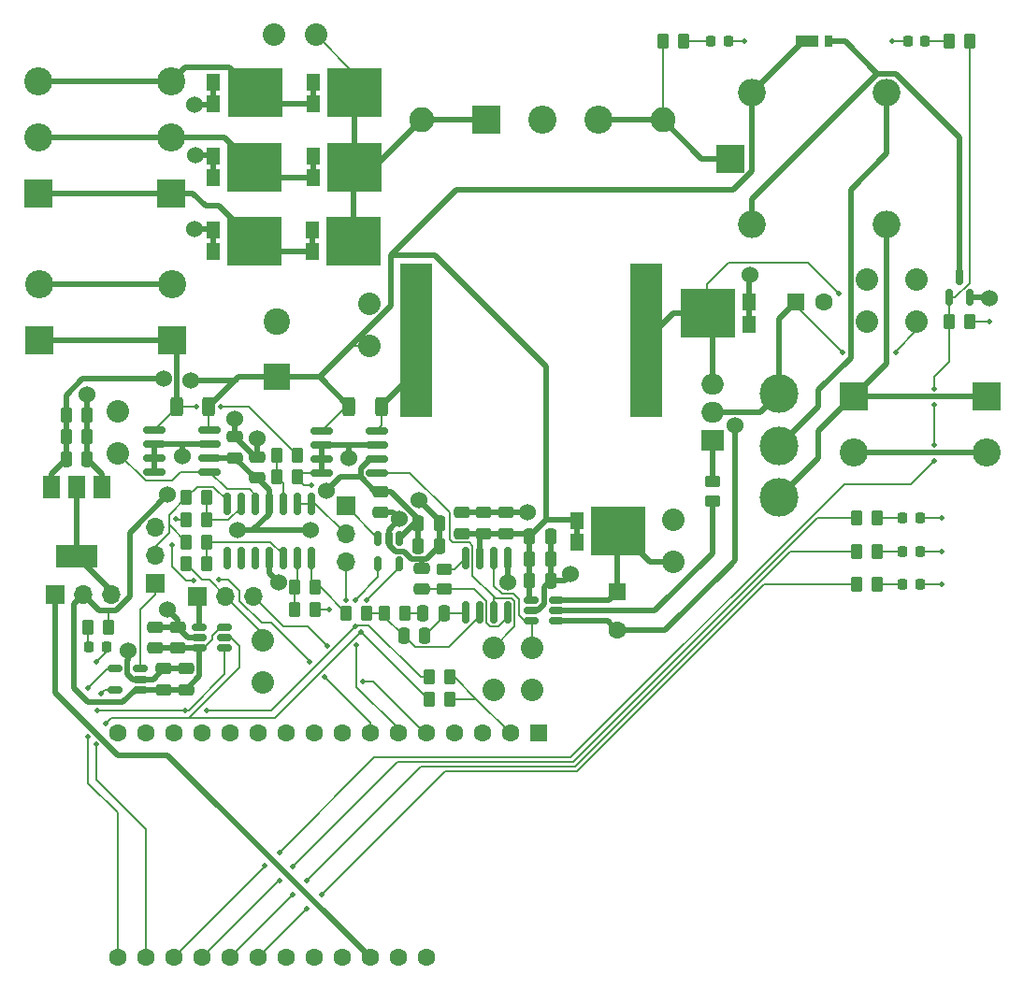
<source format=gbr>
%TF.GenerationSoftware,KiCad,Pcbnew,(6.0.7)*%
%TF.CreationDate,2023-07-07T11:40:33-04:00*%
%TF.ProjectId,small_wind_turbine,736d616c-6c5f-4776-996e-645f74757262,rev?*%
%TF.SameCoordinates,Original*%
%TF.FileFunction,Copper,L1,Top*%
%TF.FilePolarity,Positive*%
%FSLAX46Y46*%
G04 Gerber Fmt 4.6, Leading zero omitted, Abs format (unit mm)*
G04 Created by KiCad (PCBNEW (6.0.7)) date 2023-07-07 11:40:33*
%MOMM*%
%LPD*%
G01*
G04 APERTURE LIST*
G04 Aperture macros list*
%AMRoundRect*
0 Rectangle with rounded corners*
0 $1 Rounding radius*
0 $2 $3 $4 $5 $6 $7 $8 $9 X,Y pos of 4 corners*
0 Add a 4 corners polygon primitive as box body*
4,1,4,$2,$3,$4,$5,$6,$7,$8,$9,$2,$3,0*
0 Add four circle primitives for the rounded corners*
1,1,$1+$1,$2,$3*
1,1,$1+$1,$4,$5*
1,1,$1+$1,$6,$7*
1,1,$1+$1,$8,$9*
0 Add four rect primitives between the rounded corners*
20,1,$1+$1,$2,$3,$4,$5,0*
20,1,$1+$1,$4,$5,$6,$7,0*
20,1,$1+$1,$6,$7,$8,$9,0*
20,1,$1+$1,$8,$9,$2,$3,0*%
G04 Aperture macros list end*
%TA.AperFunction,SMDPad,CuDef*%
%ADD10RoundRect,0.250000X0.262500X0.450000X-0.262500X0.450000X-0.262500X-0.450000X0.262500X-0.450000X0*%
%TD*%
%TA.AperFunction,SMDPad,CuDef*%
%ADD11R,5.000000X4.500000*%
%TD*%
%TA.AperFunction,SMDPad,CuDef*%
%ADD12R,1.300000X1.600000*%
%TD*%
%TA.AperFunction,SMDPad,CuDef*%
%ADD13RoundRect,0.250000X0.475000X-0.250000X0.475000X0.250000X-0.475000X0.250000X-0.475000X-0.250000X0*%
%TD*%
%TA.AperFunction,SMDPad,CuDef*%
%ADD14RoundRect,0.218750X0.218750X0.256250X-0.218750X0.256250X-0.218750X-0.256250X0.218750X-0.256250X0*%
%TD*%
%TA.AperFunction,ComponentPad*%
%ADD15R,2.000000X1.905000*%
%TD*%
%TA.AperFunction,ComponentPad*%
%ADD16O,2.000000X1.905000*%
%TD*%
%TA.AperFunction,ComponentPad*%
%ADD17R,2.500000X2.500000*%
%TD*%
%TA.AperFunction,ComponentPad*%
%ADD18O,2.500000X2.500000*%
%TD*%
%TA.AperFunction,SMDPad,CuDef*%
%ADD19RoundRect,0.250000X-0.250000X-0.475000X0.250000X-0.475000X0.250000X0.475000X-0.250000X0.475000X0*%
%TD*%
%TA.AperFunction,SMDPad,CuDef*%
%ADD20R,2.000000X1.100000*%
%TD*%
%TA.AperFunction,SMDPad,CuDef*%
%ADD21R,0.800000X1.000000*%
%TD*%
%TA.AperFunction,ComponentPad*%
%ADD22R,1.600000X1.600000*%
%TD*%
%TA.AperFunction,ComponentPad*%
%ADD23C,1.600000*%
%TD*%
%TA.AperFunction,ComponentPad*%
%ADD24C,2.032000*%
%TD*%
%TA.AperFunction,SMDPad,CuDef*%
%ADD25RoundRect,0.250000X-0.262500X-0.450000X0.262500X-0.450000X0.262500X0.450000X-0.262500X0.450000X0*%
%TD*%
%TA.AperFunction,SMDPad,CuDef*%
%ADD26RoundRect,0.218750X-0.218750X-0.256250X0.218750X-0.256250X0.218750X0.256250X-0.218750X0.256250X0*%
%TD*%
%TA.AperFunction,ComponentPad*%
%ADD27R,1.700000X1.700000*%
%TD*%
%TA.AperFunction,ComponentPad*%
%ADD28O,1.700000X1.700000*%
%TD*%
%TA.AperFunction,SMDPad,CuDef*%
%ADD29RoundRect,0.250000X-0.450000X0.262500X-0.450000X-0.262500X0.450000X-0.262500X0.450000X0.262500X0*%
%TD*%
%TA.AperFunction,ComponentPad*%
%ADD30R,2.550000X2.550000*%
%TD*%
%TA.AperFunction,ComponentPad*%
%ADD31C,2.550000*%
%TD*%
%TA.AperFunction,SMDPad,CuDef*%
%ADD32RoundRect,0.150000X-0.512500X-0.150000X0.512500X-0.150000X0.512500X0.150000X-0.512500X0.150000X0*%
%TD*%
%TA.AperFunction,SMDPad,CuDef*%
%ADD33RoundRect,0.250000X0.312500X0.625000X-0.312500X0.625000X-0.312500X-0.625000X0.312500X-0.625000X0*%
%TD*%
%TA.AperFunction,SMDPad,CuDef*%
%ADD34RoundRect,0.250000X-0.475000X0.250000X-0.475000X-0.250000X0.475000X-0.250000X0.475000X0.250000X0*%
%TD*%
%TA.AperFunction,SMDPad,CuDef*%
%ADD35RoundRect,0.150000X-0.825000X-0.150000X0.825000X-0.150000X0.825000X0.150000X-0.825000X0.150000X0*%
%TD*%
%TA.AperFunction,SMDPad,CuDef*%
%ADD36RoundRect,0.150000X0.150000X-0.825000X0.150000X0.825000X-0.150000X0.825000X-0.150000X-0.825000X0*%
%TD*%
%TA.AperFunction,SMDPad,CuDef*%
%ADD37RoundRect,0.250000X0.250000X0.475000X-0.250000X0.475000X-0.250000X-0.475000X0.250000X-0.475000X0*%
%TD*%
%TA.AperFunction,SMDPad,CuDef*%
%ADD38RoundRect,0.250000X0.450000X-0.262500X0.450000X0.262500X-0.450000X0.262500X-0.450000X-0.262500X0*%
%TD*%
%TA.AperFunction,ComponentPad*%
%ADD39R,2.400000X2.400000*%
%TD*%
%TA.AperFunction,ComponentPad*%
%ADD40C,2.400000*%
%TD*%
%TA.AperFunction,SMDPad,CuDef*%
%ADD41R,3.000000X14.000000*%
%TD*%
%TA.AperFunction,SMDPad,CuDef*%
%ADD42RoundRect,0.150000X-0.150000X0.825000X-0.150000X-0.825000X0.150000X-0.825000X0.150000X0.825000X0*%
%TD*%
%TA.AperFunction,ComponentPad*%
%ADD43C,3.500000*%
%TD*%
%TA.AperFunction,SMDPad,CuDef*%
%ADD44R,1.500000X2.000000*%
%TD*%
%TA.AperFunction,SMDPad,CuDef*%
%ADD45R,3.800000X2.000000*%
%TD*%
%TA.AperFunction,ComponentPad*%
%ADD46C,2.250000*%
%TD*%
%TA.AperFunction,SMDPad,CuDef*%
%ADD47RoundRect,0.150000X-0.150000X0.512500X-0.150000X-0.512500X0.150000X-0.512500X0.150000X0.512500X0*%
%TD*%
%TA.AperFunction,SMDPad,CuDef*%
%ADD48RoundRect,0.150000X0.512500X0.150000X-0.512500X0.150000X-0.512500X-0.150000X0.512500X-0.150000X0*%
%TD*%
%TA.AperFunction,SMDPad,CuDef*%
%ADD49RoundRect,0.150000X0.150000X-0.587500X0.150000X0.587500X-0.150000X0.587500X-0.150000X-0.587500X0*%
%TD*%
%TA.AperFunction,ViaPad*%
%ADD50C,1.524000*%
%TD*%
%TA.AperFunction,ViaPad*%
%ADD51C,0.508000*%
%TD*%
%TA.AperFunction,Conductor*%
%ADD52C,0.200000*%
%TD*%
%TA.AperFunction,Conductor*%
%ADD53C,0.508000*%
%TD*%
G04 APERTURE END LIST*
D10*
%TO.P,R10,1*%
%TO.N,+3V3*%
X80612500Y-92500000D03*
%TO.P,R10,2*%
%TO.N,/WEMOS_SDA*%
X78787500Y-92500000D03*
%TD*%
D11*
%TO.P,Dbs1,1,K*%
%TO.N,Net-(Cbs1-Pad1)*%
X95900000Y-79300000D03*
D12*
%TO.P,Dbs1,2,A*%
%TO.N,+12V*%
X92150000Y-78315000D03*
X92150000Y-80285000D03*
%TD*%
D13*
%TO.P,C18,1*%
%TO.N,+5V*%
X54732500Y-93650000D03*
%TO.P,C18,2*%
%TO.N,GND*%
X54732500Y-91750000D03*
%TD*%
D14*
%TO.P,D11,1,K*%
%TO.N,GND*%
X123187500Y-84100000D03*
%TO.P,D11,2,A*%
%TO.N,Net-(D11-Pad2)*%
X121612500Y-84100000D03*
%TD*%
D10*
%TO.P,R6,1*%
%TO.N,Net-(R6-Pad1)*%
X58612500Y-80250000D03*
%TO.P,R6,2*%
%TO.N,Net-(J3-Pad2)*%
X56787500Y-80250000D03*
%TD*%
D15*
%TO.P,Qbuck1,1,G*%
%TO.N,/HIGH_SIDE_GATE_DRIVE*%
X104395000Y-71065000D03*
D16*
%TO.P,Qbuck1,2,S*%
%TO.N,/RECTIFIER_VDD*%
X104395000Y-68525000D03*
%TO.P,Qbuck1,3,D*%
%TO.N,/GATE_SOURCE*%
X104395000Y-65985000D03*
%TD*%
D10*
%TO.P,R14,1*%
%TO.N,/RELAY_DRIVE*%
X127700000Y-34900000D03*
%TO.P,R14,2*%
%TO.N,Net-(D8-Pad2)*%
X125875000Y-34900000D03*
%TD*%
D17*
%TO.P,K1,1*%
%TO.N,/RECTIFIER_LED*%
X106000000Y-45535000D03*
D18*
%TO.P,K1,2*%
%TO.N,+12V*%
X108000000Y-39535000D03*
%TO.P,K1,3*%
%TO.N,Net-(K1-Pad3)*%
X120200000Y-39535000D03*
%TO.P,K1,4*%
%TO.N,Net-(Jres1-Pad1)*%
X120200000Y-51535000D03*
%TO.P,K1,5*%
%TO.N,Net-(D13-Pad2)*%
X108000000Y-51535000D03*
%TD*%
D19*
%TO.P,C15,1*%
%TO.N,+12V*%
X45900000Y-70750000D03*
%TO.P,C15,2*%
%TO.N,GND*%
X47800000Y-70750000D03*
%TD*%
D14*
%TO.P,D7,1,K*%
%TO.N,GND*%
X49550000Y-89800000D03*
%TO.P,D7,2,A*%
%TO.N,Net-(D7-Pad2)*%
X47975000Y-89800000D03*
%TD*%
D10*
%TO.P,R4,1*%
%TO.N,/BATTERY_POSITIVE*%
X66825000Y-72400000D03*
%TO.P,R4,2*%
%TO.N,Net-(R4-Pad2)*%
X65000000Y-72400000D03*
%TD*%
D14*
%TO.P,D9,1,K*%
%TO.N,GND*%
X123187500Y-78100000D03*
%TO.P,D9,2,A*%
%TO.N,Net-(D9-Pad2)*%
X121612500Y-78100000D03*
%TD*%
D20*
%TO.P,D13,1,K*%
%TO.N,+12V*%
X113000000Y-34900000D03*
D21*
%TO.P,D13,2,A*%
%TO.N,Net-(D13-Pad2)*%
X114900000Y-34900000D03*
%TD*%
D10*
%TO.P,R13,1*%
%TO.N,+5V*%
X49700000Y-88000000D03*
%TO.P,R13,2*%
%TO.N,Net-(D7-Pad2)*%
X47875000Y-88000000D03*
%TD*%
D22*
%TO.P,Cinput1,1*%
%TO.N,/RECTIFIER_VDD*%
X112000000Y-58535000D03*
D23*
%TO.P,Cinput1,2*%
%TO.N,GND*%
X114500000Y-58535000D03*
%TD*%
D24*
%TO.P,TP11,1,1*%
%TO.N,Net-(J1-Pad2)*%
X63700000Y-89175000D03*
%TO.P,TP11,2,2*%
%TO.N,GND*%
X63700000Y-92985000D03*
%TD*%
D25*
%TO.P,Rc1,1*%
%TO.N,/UC2844_FB*%
X74737500Y-86700000D03*
%TO.P,Rc1,2*%
%TO.N,Net-(Cc1-Pad1)*%
X76562500Y-86700000D03*
%TD*%
D19*
%TO.P,C6,1*%
%TO.N,+12V*%
X87850000Y-83778792D03*
%TO.P,C6,2*%
%TO.N,GND*%
X89750000Y-83778792D03*
%TD*%
D24*
%TO.P,TP9,1,1*%
%TO.N,Net-(TP9-Pad1)*%
X50600000Y-72200000D03*
%TO.P,TP9,2,2*%
%TO.N,GND*%
X50600000Y-68390000D03*
%TD*%
D26*
%TO.P,D8,1,K*%
%TO.N,GND*%
X122087500Y-34900000D03*
%TO.P,D8,2,A*%
%TO.N,Net-(D8-Pad2)*%
X123662500Y-34900000D03*
%TD*%
D24*
%TO.P,TP3,1,1*%
%TO.N,/UC2844_GATE_OUTPUT*%
X88100000Y-89850000D03*
%TO.P,TP3,2,2*%
%TO.N,GND*%
X88100000Y-93660000D03*
%TD*%
D13*
%TO.P,C7,1*%
%TO.N,+5V*%
X63200000Y-74450000D03*
%TO.P,C7,2*%
%TO.N,GND*%
X63200000Y-72550000D03*
%TD*%
D25*
%TO.P,R5,1*%
%TO.N,Net-(R4-Pad2)*%
X65012500Y-74400000D03*
%TO.P,R5,2*%
%TO.N,GND*%
X66837500Y-74400000D03*
%TD*%
%TO.P,R8,1*%
%TO.N,Net-(R8-Pad1)*%
X66600000Y-84350000D03*
%TO.P,R8,2*%
%TO.N,Net-(R8-Pad2)*%
X68425000Y-84350000D03*
%TD*%
D24*
%TO.P,TP10,1,1*%
%TO.N,/UC2844_ISENSE*%
X84600000Y-89850000D03*
%TO.P,TP10,2,2*%
%TO.N,GND*%
X84600000Y-93660000D03*
%TD*%
%TO.P,TP1,1,1*%
%TO.N,Net-(D1-Pad1)*%
X68500000Y-34350000D03*
%TO.P,TP1,2,2*%
%TO.N,GND*%
X64690000Y-34350000D03*
%TD*%
D13*
%TO.P,C2,1*%
%TO.N,+12V*%
X83700000Y-79500000D03*
%TO.P,C2,2*%
%TO.N,GND*%
X83700000Y-77600000D03*
%TD*%
D19*
%TO.P,Cc1,1*%
%TO.N,Net-(Cc1-Pad1)*%
X78200000Y-86700000D03*
%TO.P,Cc1,2*%
%TO.N,/UC2844_COMP*%
X80100000Y-86700000D03*
%TD*%
D27*
%TO.P,J4,1,Pin_1*%
%TO.N,Net-(A1-Pad26)*%
X44875000Y-85000000D03*
D28*
%TO.P,J4,2,Pin_2*%
%TO.N,+5V*%
X47415000Y-85000000D03*
%TO.P,J4,3,Pin_3*%
%TO.N,Net-(J4-Pad3)*%
X49955000Y-85000000D03*
%TD*%
D13*
%TO.P,C17,1*%
%TO.N,+5V*%
X56732500Y-93650000D03*
%TO.P,C17,2*%
%TO.N,GND*%
X56732500Y-91750000D03*
%TD*%
D14*
%TO.P,D12,1,K*%
%TO.N,GND*%
X105875000Y-34900000D03*
%TO.P,D12,2,A*%
%TO.N,Net-(D12-Pad2)*%
X104300000Y-34900000D03*
%TD*%
D29*
%TO.P,Rt1,1*%
%TO.N,Net-(Rt1-Pad1)*%
X80112500Y-82700000D03*
%TO.P,Rt1,2*%
%TO.N,Net-(Ct1-Pad1)*%
X80112500Y-84525000D03*
%TD*%
D30*
%TO.P,Jbat1,1,Pin_1*%
%TO.N,/BATTERY_POSITIVE*%
X55500000Y-62000000D03*
X43500000Y-62000000D03*
D31*
%TO.P,Jbat1,2,Pin_2*%
%TO.N,GND*%
X43500000Y-56920000D03*
X55500000Y-56920000D03*
%TD*%
D30*
%TO.P,Jgen1,1,Pin_1*%
%TO.N,Net-(D5-Pad2)*%
X43400000Y-48680000D03*
X55400000Y-48680000D03*
D31*
%TO.P,Jgen1,2,Pin_2*%
%TO.N,Net-(D3-Pad2)*%
X55400000Y-43600000D03*
X43400000Y-43600000D03*
%TO.P,Jgen1,3,Pin_3*%
%TO.N,Net-(D1-Pad2)*%
X55400000Y-38520000D03*
X43400000Y-38520000D03*
%TD*%
D32*
%TO.P,U9,1,VOUT*%
%TO.N,Net-(J1-Pad1)*%
X57982500Y-87950000D03*
%TO.P,U9,2,VSS*%
%TO.N,GND*%
X57982500Y-88900000D03*
%TO.P,U9,3,VDD*%
%TO.N,+5V*%
X57982500Y-89850000D03*
%TO.P,U9,4,SDA*%
%TO.N,/WEMOS_SDA*%
X60257500Y-89850000D03*
%TO.P,U9,5,SCL*%
%TO.N,/WEMOS_SCL*%
X60257500Y-88900000D03*
%TO.P,U9,6,A0*%
%TO.N,+5V*%
X60257500Y-87950000D03*
%TD*%
D13*
%TO.P,C8,1*%
%TO.N,+5V*%
X53982500Y-89850000D03*
%TO.P,C8,2*%
%TO.N,GND*%
X53982500Y-87950000D03*
%TD*%
D27*
%TO.P,J1,1,Pin_1*%
%TO.N,Net-(J1-Pad1)*%
X57820000Y-85200000D03*
D28*
%TO.P,J1,2,Pin_2*%
%TO.N,Net-(J1-Pad2)*%
X60360000Y-85200000D03*
%TO.P,J1,3,Pin_3*%
%TO.N,/ALTERNATE_DAC*%
X62900000Y-85200000D03*
%TD*%
D27*
%TO.P,J2,1,Pin_1*%
%TO.N,Net-(J2-Pad1)*%
X71200000Y-77000000D03*
D28*
%TO.P,J2,2,Pin_2*%
%TO.N,Net-(J2-Pad2)*%
X71200000Y-79540000D03*
%TO.P,J2,3,Pin_3*%
%TO.N,/ALTERNATE_ADC*%
X71200000Y-82080000D03*
%TD*%
D33*
%TO.P,Rsh2,1*%
%TO.N,+12V*%
X58837500Y-68000000D03*
%TO.P,Rsh2,2*%
%TO.N,/BATTERY_POSITIVE*%
X55912500Y-68000000D03*
%TD*%
D25*
%TO.P,R1,1*%
%TO.N,/RELAY_DRIVE*%
X125887500Y-60300000D03*
%TO.P,R1,2*%
%TO.N,GND*%
X127712500Y-60300000D03*
%TD*%
D11*
%TO.P,D2,1,K*%
%TO.N,Net-(D1-Pad2)*%
X63000000Y-39600000D03*
D12*
%TO.P,D2,2,A*%
%TO.N,GND*%
X59250000Y-40585000D03*
X59250000Y-38615000D03*
%TD*%
D11*
%TO.P,D5,1,K*%
%TO.N,Net-(D1-Pad1)*%
X71960000Y-53000000D03*
D12*
%TO.P,D5,2,A*%
%TO.N,Net-(D5-Pad2)*%
X68210000Y-52015000D03*
X68210000Y-53985000D03*
%TD*%
D22*
%TO.P,Cbs1,1*%
%TO.N,Net-(Cbs1-Pad1)*%
X95800000Y-84747349D03*
D23*
%TO.P,Cbs1,2*%
%TO.N,/GATE_SOURCE*%
X95800000Y-88247349D03*
%TD*%
D34*
%TO.P,C10,1*%
%TO.N,GND*%
X61200000Y-70750000D03*
%TO.P,C10,2*%
%TO.N,+5V*%
X61200000Y-72650000D03*
%TD*%
D35*
%TO.P,U6,1,-*%
%TO.N,/BATTERY_POSITIVE*%
X53900000Y-70095000D03*
%TO.P,U6,2,GND*%
%TO.N,GND*%
X53900000Y-71365000D03*
%TO.P,U6,3,REF2*%
X53900000Y-72635000D03*
%TO.P,U6,4,GND*%
X53900000Y-73905000D03*
%TO.P,U6,5*%
%TO.N,Net-(TP9-Pad1)*%
X58850000Y-73905000D03*
%TO.P,U6,6,V+*%
%TO.N,+5V*%
X58850000Y-72635000D03*
%TO.P,U6,7,REF1*%
%TO.N,GND*%
X58850000Y-71365000D03*
%TO.P,U6,8,+*%
%TO.N,+12V*%
X58850000Y-70095000D03*
%TD*%
D19*
%TO.P,C4,1*%
%TO.N,+12V*%
X87850000Y-79778792D03*
%TO.P,C4,2*%
%TO.N,GND*%
X89750000Y-79778792D03*
%TD*%
D33*
%TO.P,Rsh1,1*%
%TO.N,/INPUT_ISENSE_UPSTREAM*%
X74462500Y-68000000D03*
%TO.P,Rsh1,2*%
%TO.N,+12V*%
X71537500Y-68000000D03*
%TD*%
D19*
%TO.P,C12,1*%
%TO.N,+5V*%
X77800000Y-80600000D03*
%TO.P,C12,2*%
%TO.N,GND*%
X79700000Y-80600000D03*
%TD*%
D11*
%TO.P,D3,1,K*%
%TO.N,Net-(D1-Pad1)*%
X72000000Y-46300000D03*
D12*
%TO.P,D3,2,A*%
%TO.N,Net-(D3-Pad2)*%
X68250000Y-47285000D03*
X68250000Y-45315000D03*
%TD*%
D36*
%TO.P,U2,1,COMP*%
%TO.N,/UC2844_COMP*%
X82095000Y-86653792D03*
%TO.P,U2,2,FB*%
%TO.N,/UC2844_FB*%
X83365000Y-86653792D03*
%TO.P,U2,3,ISENSE*%
%TO.N,/UC2844_ISENSE*%
X84635000Y-86653792D03*
%TO.P,U2,4,RT/CT*%
%TO.N,Net-(Ct1-Pad1)*%
X85905000Y-86653792D03*
%TO.P,U2,5,GND*%
%TO.N,GND*%
X85905000Y-81703792D03*
%TO.P,U2,6,OUTPUT*%
%TO.N,/UC2844_GATE_OUTPUT*%
X84635000Y-81703792D03*
%TO.P,U2,7,VCC*%
%TO.N,+12V*%
X83365000Y-81703792D03*
%TO.P,U2,8,VREF*%
%TO.N,Net-(Rt1-Pad1)*%
X82095000Y-81703792D03*
%TD*%
D37*
%TO.P,Cc2,1*%
%TO.N,/UC2844_COMP*%
X78350000Y-88750000D03*
%TO.P,Cc2,2*%
%TO.N,/UC2844_FB*%
X76450000Y-88750000D03*
%TD*%
D38*
%TO.P,R12,1*%
%TO.N,Net-(R12-Pad1)*%
X104400000Y-76600000D03*
%TO.P,R12,2*%
%TO.N,/HIGH_SIDE_GATE_DRIVE*%
X104400000Y-74775000D03*
%TD*%
D27*
%TO.P,J3,1,Pin_1*%
%TO.N,Net-(J3-Pad1)*%
X54000000Y-84040000D03*
D28*
%TO.P,J3,2,Pin_2*%
%TO.N,Net-(J3-Pad2)*%
X54000000Y-81500000D03*
%TO.P,J3,3,Pin_3*%
%TO.N,/ALTERNATE_ADC_2*%
X54000000Y-78960000D03*
%TD*%
D25*
%TO.P,R18,1*%
%TO.N,/RECTIFIER_LED*%
X99975000Y-34900000D03*
%TO.P,R18,2*%
%TO.N,Net-(D12-Pad2)*%
X101800000Y-34900000D03*
%TD*%
%TO.P,R17,1*%
%TO.N,/GPIO_LED3*%
X117487500Y-84100000D03*
%TO.P,R17,2*%
%TO.N,Net-(D11-Pad2)*%
X119312500Y-84100000D03*
%TD*%
D19*
%TO.P,C16,1*%
%TO.N,+12V*%
X45900000Y-72750000D03*
%TO.P,C16,2*%
%TO.N,GND*%
X47800000Y-72750000D03*
%TD*%
D10*
%TO.P,R11,1*%
%TO.N,+3V3*%
X80612500Y-94500000D03*
%TO.P,R11,2*%
%TO.N,/WEMOS_SCL*%
X78787500Y-94500000D03*
%TD*%
D13*
%TO.P,C3,1*%
%TO.N,+12V*%
X85700000Y-79500000D03*
%TO.P,C3,2*%
%TO.N,GND*%
X85700000Y-77600000D03*
%TD*%
D25*
%TO.P,Rf1,1*%
%TO.N,Net-(R8-Pad2)*%
X71275000Y-86700000D03*
%TO.P,Rf1,2*%
%TO.N,/UC2844_FB*%
X73100000Y-86700000D03*
%TD*%
%TO.P,R3,1*%
%TO.N,GND*%
X56787500Y-78250000D03*
%TO.P,R3,2*%
%TO.N,Net-(R2-Pad1)*%
X58612500Y-78250000D03*
%TD*%
D10*
%TO.P,R2,1*%
%TO.N,Net-(R2-Pad1)*%
X58612500Y-76250000D03*
%TO.P,R2,2*%
%TO.N,Net-(J3-Pad2)*%
X56787500Y-76250000D03*
%TD*%
D13*
%TO.P,C9,1*%
%TO.N,+5V*%
X55982500Y-89850000D03*
%TO.P,C9,2*%
%TO.N,GND*%
X55982500Y-87950000D03*
%TD*%
D39*
%TO.P,Cbuck1,1*%
%TO.N,+12V*%
X65000000Y-65323959D03*
D40*
%TO.P,Cbuck1,2*%
%TO.N,GND*%
X65000000Y-60323959D03*
%TD*%
D41*
%TO.P,Lbuck1,1,1*%
%TO.N,/GATE_SOURCE*%
X98400000Y-62000000D03*
%TO.P,Lbuck1,2,2*%
%TO.N,/INPUT_ISENSE_UPSTREAM*%
X77600000Y-62000000D03*
%TD*%
D13*
%TO.P,C11,1*%
%TO.N,GND*%
X74400000Y-77600000D03*
%TO.P,C11,2*%
%TO.N,+5V*%
X74400000Y-75700000D03*
%TD*%
D11*
%TO.P,D4,1,K*%
%TO.N,Net-(D3-Pad2)*%
X62960000Y-46300000D03*
D12*
%TO.P,D4,2,A*%
%TO.N,GND*%
X59210000Y-47285000D03*
X59210000Y-45315000D03*
%TD*%
D42*
%TO.P,U4,1*%
%TO.N,Net-(J2-Pad2)*%
X68097500Y-76775000D03*
%TO.P,U4,2,-*%
X66827500Y-76775000D03*
%TO.P,U4,3,+*%
%TO.N,Net-(R4-Pad2)*%
X65557500Y-76775000D03*
%TO.P,U4,4,V+*%
%TO.N,+5V*%
X64287500Y-76775000D03*
%TO.P,U4,5,+*%
%TO.N,Net-(TP9-Pad1)*%
X63017500Y-76775000D03*
%TO.P,U4,6,-*%
%TO.N,Net-(R2-Pad1)*%
X61747500Y-76775000D03*
%TO.P,U4,7*%
%TO.N,Net-(J3-Pad2)*%
X60477500Y-76775000D03*
%TO.P,U4,8*%
%TO.N,unconnected-(U4-Pad8)*%
X60477500Y-81725000D03*
%TO.P,U4,9,-*%
%TO.N,unconnected-(U4-Pad9)*%
X61747500Y-81725000D03*
%TO.P,U4,10,+*%
%TO.N,unconnected-(U4-Pad10)*%
X63017500Y-81725000D03*
%TO.P,U4,11,V-*%
%TO.N,GND*%
X64287500Y-81725000D03*
%TO.P,U4,12,+*%
%TO.N,Net-(R6-Pad1)*%
X65557500Y-81725000D03*
%TO.P,U4,13,-*%
%TO.N,Net-(R8-Pad1)*%
X66827500Y-81725000D03*
%TO.P,U4,14*%
%TO.N,Net-(R8-Pad2)*%
X68097500Y-81725000D03*
%TD*%
D24*
%TO.P,TP8,1,1*%
%TO.N,Net-(Cbs1-Pad1)*%
X100900000Y-82100000D03*
%TO.P,TP8,2,2*%
%TO.N,GND*%
X100900000Y-78290000D03*
%TD*%
D22*
%TO.P,A1,1,~{RESET}*%
%TO.N,unconnected-(A1-Pad1)*%
X88650000Y-97585000D03*
D23*
%TO.P,A1,2,3V3*%
%TO.N,+3V3*%
X86110000Y-97585000D03*
%TO.P,A1,3,AREF*%
%TO.N,unconnected-(A1-Pad3)*%
X83570000Y-97585000D03*
%TO.P,A1,4,GND*%
%TO.N,GND*%
X81030000Y-97585000D03*
%TO.P,A1,5,DAC0/A0*%
%TO.N,/ALTERNATE_DAC*%
X78490000Y-97585000D03*
%TO.P,A1,6,A1*%
%TO.N,/ALTERNATE_ADC*%
X75950000Y-97585000D03*
%TO.P,A1,7,A2*%
%TO.N,/ALTERNATE_ADC_2*%
X73410000Y-97585000D03*
%TO.P,A1,8,A3*%
%TO.N,unconnected-(A1-Pad8)*%
X70870000Y-97585000D03*
%TO.P,A1,9,A4*%
%TO.N,unconnected-(A1-Pad9)*%
X68330000Y-97585000D03*
%TO.P,A1,10,A5*%
%TO.N,unconnected-(A1-Pad10)*%
X65790000Y-97585000D03*
%TO.P,A1,11,SCK/D24*%
%TO.N,unconnected-(A1-Pad11)*%
X63250000Y-97585000D03*
%TO.P,A1,12,MOSI/D23*%
%TO.N,unconnected-(A1-Pad12)*%
X60710000Y-97585000D03*
%TO.P,A1,13,MISO/D22*%
%TO.N,unconnected-(A1-Pad13)*%
X58170000Y-97585000D03*
%TO.P,A1,14,RX/D0*%
%TO.N,unconnected-(A1-Pad14)*%
X55630000Y-97585000D03*
%TO.P,A1,15,TX/D1*%
%TO.N,unconnected-(A1-Pad15)*%
X53090000Y-97585000D03*
%TO.P,A1,16,GND*%
%TO.N,GND*%
X50550000Y-97585000D03*
%TO.P,A1,17,SDA/D20*%
%TO.N,/WEMOS_SDA*%
X50550000Y-117905000D03*
%TO.P,A1,18,SCL/D21*%
%TO.N,/WEMOS_SCL*%
X53090000Y-117905000D03*
%TO.P,A1,19,D5*%
%TO.N,/RELAY_DRIVE*%
X55630000Y-117905000D03*
%TO.P,A1,20,D6*%
%TO.N,/GPIO_LED1*%
X58170000Y-117905000D03*
%TO.P,A1,21,D9*%
%TO.N,/GPIO_LED2*%
X60710000Y-117905000D03*
%TO.P,A1,22,D10*%
%TO.N,/GPIO_LED3*%
X63250000Y-117905000D03*
%TO.P,A1,23,D11*%
%TO.N,unconnected-(A1-Pad23)*%
X65790000Y-117905000D03*
%TO.P,A1,24,D12*%
%TO.N,unconnected-(A1-Pad24)*%
X68330000Y-117905000D03*
%TO.P,A1,25,D13*%
%TO.N,unconnected-(A1-Pad25)*%
X70870000Y-117905000D03*
%TO.P,A1,26,USB*%
%TO.N,Net-(A1-Pad26)*%
X73410000Y-117905000D03*
%TO.P,A1,27,EN*%
%TO.N,unconnected-(A1-Pad27)*%
X75950000Y-117905000D03*
%TO.P,A1,28,VBAT*%
%TO.N,unconnected-(A1-Pad28)*%
X78490000Y-117905000D03*
%TD*%
D35*
%TO.P,U5,1,-*%
%TO.N,+12V*%
X69050000Y-70190000D03*
%TO.P,U5,2,GND*%
%TO.N,GND*%
X69050000Y-71460000D03*
%TO.P,U5,3,REF2*%
X69050000Y-72730000D03*
%TO.P,U5,4,GND*%
X69050000Y-74000000D03*
%TO.P,U5,5*%
%TO.N,/UC2844_ISENSE*%
X74000000Y-74000000D03*
%TO.P,U5,6,V+*%
%TO.N,+5V*%
X74000000Y-72730000D03*
%TO.P,U5,7,REF1*%
%TO.N,GND*%
X74000000Y-71460000D03*
%TO.P,U5,8,+*%
%TO.N,/INPUT_ISENSE_UPSTREAM*%
X74000000Y-70190000D03*
%TD*%
D24*
%TO.P,TP4,1,1*%
%TO.N,/GATE_SOURCE*%
X118400000Y-60300000D03*
%TO.P,TP4,2,2*%
%TO.N,GND*%
X118400000Y-56490000D03*
%TD*%
D30*
%TO.P,Jfuse1,1,Pin_1*%
%TO.N,Net-(D1-Pad1)*%
X83920000Y-42000000D03*
D31*
%TO.P,Jfuse1,2,Pin_2*%
%TO.N,GND*%
X89000000Y-42000000D03*
%TO.P,Jfuse1,3,Pin_3*%
%TO.N,/RECTIFIER_LED*%
X94080000Y-42000000D03*
%TD*%
D43*
%TO.P,SW1,1,A*%
%TO.N,Net-(Jres1-Pad1)*%
X110450000Y-76225000D03*
%TO.P,SW1,2,B*%
%TO.N,Net-(K1-Pad3)*%
X110450000Y-71525000D03*
%TO.P,SW1,3,C*%
%TO.N,/RECTIFIER_VDD*%
X110450000Y-66825000D03*
%TD*%
D25*
%TO.P,R9,1*%
%TO.N,Net-(R8-Pad1)*%
X66600000Y-86350000D03*
%TO.P,R9,2*%
%TO.N,GND*%
X68425000Y-86350000D03*
%TD*%
D19*
%TO.P,C13,1*%
%TO.N,+5V*%
X77790000Y-78600000D03*
%TO.P,C13,2*%
%TO.N,GND*%
X79690000Y-78600000D03*
%TD*%
D13*
%TO.P,Ct1,1*%
%TO.N,Net-(Ct1-Pad1)*%
X78100000Y-84550000D03*
%TO.P,Ct1,2*%
%TO.N,GND*%
X78100000Y-82650000D03*
%TD*%
D25*
%TO.P,R16,1*%
%TO.N,/GPIO_LED2*%
X117487500Y-81100000D03*
%TO.P,R16,2*%
%TO.N,Net-(D10-Pad2)*%
X119312500Y-81100000D03*
%TD*%
D11*
%TO.P,Dbuck1,1,K*%
%TO.N,/GATE_SOURCE*%
X104000000Y-59535000D03*
D12*
%TO.P,Dbuck1,2,A*%
%TO.N,GND*%
X107750000Y-58550000D03*
X107750000Y-60520000D03*
%TD*%
D32*
%TO.P,U3,1,VCC*%
%TO.N,+12V*%
X88000000Y-85528792D03*
%TO.P,U3,2,GND*%
%TO.N,GND*%
X88000000Y-86478792D03*
%TO.P,U3,3,INP*%
%TO.N,/UC2844_GATE_OUTPUT*%
X88000000Y-87428792D03*
%TO.P,U3,4,TS*%
%TO.N,/GATE_SOURCE*%
X90275000Y-87428792D03*
%TO.P,U3,5,TG*%
%TO.N,Net-(R12-Pad1)*%
X90275000Y-86478792D03*
%TO.P,U3,6,BOOST*%
%TO.N,Net-(Cbs1-Pad1)*%
X90275000Y-85528792D03*
%TD*%
D44*
%TO.P,U10,1,GND*%
%TO.N,GND*%
X49150000Y-75250000D03*
%TO.P,U10,2,VO*%
%TO.N,Net-(J4-Pad3)*%
X46850000Y-75250000D03*
D45*
X46850000Y-81550000D03*
D44*
%TO.P,U10,3,VI*%
%TO.N,+12V*%
X44550000Y-75250000D03*
%TD*%
D11*
%TO.P,D6,1,K*%
%TO.N,Net-(D5-Pad2)*%
X62960000Y-53000000D03*
D12*
%TO.P,D6,2,A*%
%TO.N,GND*%
X59210000Y-53985000D03*
X59210000Y-52015000D03*
%TD*%
D10*
%TO.P,R7,1*%
%TO.N,Net-(R6-Pad1)*%
X58612500Y-82250000D03*
%TO.P,R7,2*%
%TO.N,Net-(J1-Pad2)*%
X56787500Y-82250000D03*
%TD*%
D25*
%TO.P,R15,1*%
%TO.N,/GPIO_LED1*%
X117487500Y-78100000D03*
%TO.P,R15,2*%
%TO.N,Net-(D9-Pad2)*%
X119312500Y-78100000D03*
%TD*%
D24*
%TO.P,TP2,1,1*%
%TO.N,/RECTIFIER_VDD*%
X122900000Y-60325000D03*
%TO.P,TP2,2,2*%
%TO.N,GND*%
X122900000Y-56515000D03*
%TD*%
D46*
%TO.P,F1,1*%
%TO.N,Net-(D1-Pad1)*%
X78080000Y-42000000D03*
%TO.P,F1,2*%
%TO.N,/RECTIFIER_LED*%
X99920000Y-42000000D03*
%TD*%
D47*
%TO.P,U7,1,VDD*%
%TO.N,+5V*%
X76050000Y-79962500D03*
%TO.P,U7,2,VSS*%
%TO.N,GND*%
X75100000Y-79962500D03*
%TO.P,U7,3,AIN*%
%TO.N,Net-(J2-Pad1)*%
X74150000Y-79962500D03*
%TO.P,U7,4,SDA*%
%TO.N,/WEMOS_SDA*%
X74150000Y-82237500D03*
%TO.P,U7,5,SCL*%
%TO.N,/WEMOS_SCL*%
X76050000Y-82237500D03*
%TD*%
D13*
%TO.P,C1,1*%
%TO.N,+12V*%
X81700000Y-79500000D03*
%TO.P,C1,2*%
%TO.N,GND*%
X81700000Y-77600000D03*
%TD*%
D19*
%TO.P,C14,1*%
%TO.N,+12V*%
X45900000Y-68750000D03*
%TO.P,C14,2*%
%TO.N,GND*%
X47800000Y-68750000D03*
%TD*%
D48*
%TO.P,U8,1,VDD*%
%TO.N,+5V*%
X52620000Y-93650000D03*
%TO.P,U8,2,VSS*%
%TO.N,GND*%
X52620000Y-92700000D03*
%TO.P,U8,3,AIN*%
%TO.N,Net-(J3-Pad1)*%
X52620000Y-91750000D03*
%TO.P,U8,4,SDA*%
%TO.N,/WEMOS_SDA*%
X50345000Y-91750000D03*
%TO.P,U8,5,SCL*%
%TO.N,/WEMOS_SCL*%
X50345000Y-93650000D03*
%TD*%
D49*
%TO.P,Q1,1,G*%
%TO.N,/RELAY_DRIVE*%
X125850000Y-58137500D03*
%TO.P,Q1,2,S*%
%TO.N,GND*%
X127750000Y-58137500D03*
%TO.P,Q1,3,D*%
%TO.N,Net-(D13-Pad2)*%
X126800000Y-56262500D03*
%TD*%
D19*
%TO.P,C5,1*%
%TO.N,+12V*%
X87850000Y-81778792D03*
%TO.P,C5,2*%
%TO.N,GND*%
X89750000Y-81778792D03*
%TD*%
D11*
%TO.P,D1,1,K*%
%TO.N,Net-(D1-Pad1)*%
X72000000Y-39600000D03*
D12*
%TO.P,D1,2,A*%
%TO.N,Net-(D1-Pad2)*%
X68250000Y-40585000D03*
X68250000Y-38615000D03*
%TD*%
D30*
%TO.P,Jres1,1,Pin_1*%
%TO.N,Net-(Jres1-Pad1)*%
X129200000Y-67100000D03*
X117200000Y-67100000D03*
D31*
%TO.P,Jres1,2,Pin_2*%
%TO.N,GND*%
X117200000Y-72180000D03*
X129200000Y-72180000D03*
%TD*%
D24*
%TO.P,TP6,1,1*%
%TO.N,+12V*%
X73400000Y-62525000D03*
%TO.P,TP6,2,2*%
%TO.N,GND*%
X73400000Y-58715000D03*
%TD*%
D14*
%TO.P,D10,1,K*%
%TO.N,GND*%
X123187500Y-81100000D03*
%TO.P,D10,2,A*%
%TO.N,Net-(D10-Pad2)*%
X121612500Y-81100000D03*
%TD*%
D50*
%TO.N,GND*%
X71500000Y-72700000D03*
X47800000Y-66900000D03*
X57500000Y-40700000D03*
D51*
X129500000Y-60300000D03*
D50*
X87700000Y-77600000D03*
X91600000Y-83200000D03*
X85898844Y-83917292D03*
X76096761Y-78196761D03*
X129500000Y-58200000D03*
D51*
X48600000Y-91100000D03*
X125200000Y-81100000D03*
D50*
X56400000Y-72500000D03*
X77819331Y-76480669D03*
X57500000Y-51900000D03*
X107800000Y-56100000D03*
X65126000Y-83900000D03*
D51*
X125200000Y-78100000D03*
X107300000Y-34900000D03*
X55800000Y-78200000D03*
D50*
X55100000Y-86400000D03*
D51*
X69700000Y-86400000D03*
D50*
X51500000Y-90100000D03*
X57600000Y-45200000D03*
D51*
X125200000Y-84100000D03*
D50*
X61200000Y-69100000D03*
X63200000Y-70900000D03*
D51*
X68100000Y-75100000D03*
X120675000Y-34900000D03*
%TO.N,/ALTERNATE_DAC*%
X69558616Y-89658616D03*
X72800000Y-92900000D03*
%TO.N,/ALTERNATE_ADC*%
X72200000Y-89600000D03*
X71200000Y-85500000D03*
%TO.N,/ALTERNATE_ADC_2*%
X67900000Y-91100000D03*
X55500000Y-80500000D03*
X69300000Y-92500000D03*
X59700000Y-83700000D03*
X57477366Y-83722634D03*
%TO.N,/WEMOS_SDA*%
X72100000Y-85500000D03*
X48700000Y-95507500D03*
X58600000Y-95500000D03*
X56700000Y-95500000D03*
X47900000Y-93500000D03*
X47892458Y-97900000D03*
X72100000Y-87900000D03*
%TO.N,/WEMOS_SCL*%
X49100000Y-94000000D03*
X48600000Y-98600000D03*
X73100000Y-85500000D03*
X49500000Y-96700000D03*
X72600280Y-88400280D03*
%TO.N,/RELAY_DRIVE*%
X63900000Y-109600000D03*
X65200000Y-108400000D03*
X124500000Y-67807500D03*
X124500000Y-66392500D03*
X124500000Y-71472500D03*
X124500000Y-72900000D03*
%TO.N,/GPIO_LED1*%
X65200000Y-110900000D03*
X66400000Y-109700000D03*
%TO.N,/GPIO_LED2*%
X67700000Y-110900000D03*
X66400000Y-112200000D03*
%TO.N,/GPIO_LED3*%
X67700000Y-113500000D03*
X69000000Y-112200000D03*
D50*
%TO.N,+5V*%
X55100000Y-76000000D03*
X61383622Y-79188500D03*
X68000000Y-79200000D03*
X69500000Y-75600000D03*
%TO.N,+12V*%
X54697000Y-65500000D03*
X57200000Y-65600000D03*
%TO.N,/GATE_SOURCE*%
X106500000Y-69740500D03*
D51*
X115900000Y-57800000D03*
%TO.N,/RECTIFIER_VDD*%
X121000000Y-63100000D03*
X116200000Y-63100000D03*
%TO.N,/BATTERY_POSITIVE*%
X57700000Y-68000000D03*
X59900000Y-68000000D03*
%TD*%
D52*
%TO.N,+3V3*%
X80612500Y-92500000D02*
X81025000Y-92500000D01*
X86110000Y-97585000D02*
X83025000Y-94500000D01*
X83025000Y-94500000D02*
X80612500Y-94500000D01*
X81025000Y-92500000D02*
X83025000Y-94500000D01*
D53*
%TO.N,GND*%
X75100000Y-79193522D02*
X76096761Y-78196761D01*
X89158500Y-84370292D02*
X89750000Y-83778792D01*
X107765000Y-58495000D02*
X107765000Y-56135000D01*
X43520000Y-56920000D02*
X43500000Y-56900000D01*
D52*
X55800000Y-78200000D02*
X55850000Y-78250000D01*
D53*
X79700000Y-80600000D02*
X78521000Y-81779000D01*
X74400000Y-77600000D02*
X75500000Y-77600000D01*
X107765000Y-56135000D02*
X107800000Y-56100000D01*
X117200000Y-72180000D02*
X130180000Y-72180000D01*
X47800000Y-68750000D02*
X47800000Y-70750000D01*
X85700000Y-77600000D02*
X87700000Y-77600000D01*
D52*
X68425000Y-86350000D02*
X69650000Y-86350000D01*
D53*
X56732500Y-91750000D02*
X54732500Y-91750000D01*
X51461500Y-90961500D02*
X51461500Y-92261500D01*
X56535000Y-71365000D02*
X56400000Y-71500000D01*
X71460000Y-72660000D02*
X71500000Y-72700000D01*
X85700000Y-77600000D02*
X83700000Y-77600000D01*
X64287500Y-81725000D02*
X64287500Y-83061500D01*
X57660000Y-45260000D02*
X57600000Y-45200000D01*
X63200000Y-72550000D02*
X63200000Y-70900000D01*
X88566685Y-86478792D02*
X89158500Y-85886977D01*
X59210000Y-53985000D02*
X59210000Y-52015000D01*
X79690000Y-78351338D02*
X79690000Y-78600000D01*
X56400000Y-71500000D02*
X56400000Y-72500000D01*
X78121000Y-81779000D02*
X77179000Y-81779000D01*
X59195000Y-45260000D02*
X57660000Y-45260000D01*
X71460000Y-71460000D02*
X71460000Y-72660000D01*
X77819331Y-76480669D02*
X79690000Y-78351338D01*
X61200000Y-70750000D02*
X61200000Y-69100000D01*
X107765000Y-60575000D02*
X107765000Y-58495000D01*
X53782500Y-92700000D02*
X54732500Y-91750000D01*
D52*
X49550000Y-89800000D02*
X49550000Y-90150000D01*
X66837500Y-74400000D02*
X66837500Y-74437500D01*
X67400000Y-75100000D02*
X68100000Y-75100000D01*
D53*
X127750000Y-58137500D02*
X129437500Y-58137500D01*
X69050000Y-72730000D02*
X69050000Y-71460000D01*
X78521000Y-81779000D02*
X78121000Y-81779000D01*
X51500000Y-90100000D02*
X51500000Y-90923000D01*
X51500000Y-90923000D02*
X51461500Y-90961500D01*
X55982500Y-87282500D02*
X55100000Y-86400000D01*
D52*
X69050000Y-74000000D02*
X67237500Y-74000000D01*
X69650000Y-86350000D02*
X69700000Y-86400000D01*
D53*
X55500000Y-56920000D02*
X43520000Y-56920000D01*
X69050000Y-74000000D02*
X69050000Y-72730000D01*
X51900000Y-92700000D02*
X52620000Y-92700000D01*
X79690000Y-78600000D02*
X79690000Y-80590000D01*
X83700000Y-77600000D02*
X81700000Y-77600000D01*
X75100000Y-80529185D02*
X75100000Y-79962500D01*
X53900000Y-71365000D02*
X56535000Y-71365000D01*
X75500000Y-77600000D02*
X76096761Y-78196761D01*
X57560000Y-40640000D02*
X57500000Y-40700000D01*
D52*
X123187500Y-78100000D02*
X125200000Y-78100000D01*
D53*
X55982500Y-87950000D02*
X53982500Y-87950000D01*
X76521000Y-81121000D02*
X75691815Y-81121000D01*
X64287500Y-83061500D02*
X65126000Y-83900000D01*
X59250000Y-40585000D02*
X59250000Y-38615000D01*
X78100000Y-81800000D02*
X78121000Y-81779000D01*
X52620000Y-92700000D02*
X53782500Y-92700000D01*
D52*
X105875000Y-34900000D02*
X107300000Y-34900000D01*
D53*
X49150000Y-74100000D02*
X47800000Y-72750000D01*
D52*
X122087500Y-34900000D02*
X120675000Y-34900000D01*
D53*
X71460000Y-71460000D02*
X74000000Y-71460000D01*
X56932500Y-88900000D02*
X55982500Y-87950000D01*
D52*
X127712500Y-60300000D02*
X129500000Y-60300000D01*
D53*
X63200000Y-72550000D02*
X63000000Y-72550000D01*
X75691815Y-81121000D02*
X75100000Y-80529185D01*
X59235000Y-40640000D02*
X57560000Y-40640000D01*
D52*
X123187500Y-84100000D02*
X125200000Y-84100000D01*
D53*
X57560000Y-51960000D02*
X57500000Y-51900000D01*
D52*
X127712500Y-58175000D02*
X127750000Y-58137500D01*
D53*
X89750000Y-83778792D02*
X89750000Y-81778792D01*
X89158500Y-85886977D02*
X89158500Y-84370292D01*
X59195000Y-51960000D02*
X57560000Y-51960000D01*
X56535000Y-71365000D02*
X58850000Y-71365000D01*
X59210000Y-47285000D02*
X59210000Y-45315000D01*
X57982500Y-88900000D02*
X56932500Y-88900000D01*
X78100000Y-82650000D02*
X78100000Y-81800000D01*
X91021208Y-83778792D02*
X91600000Y-83200000D01*
D52*
X55850000Y-78250000D02*
X56787500Y-78250000D01*
X66837500Y-74400000D02*
X66837500Y-74537500D01*
D53*
X69050000Y-71460000D02*
X71460000Y-71460000D01*
X85905000Y-83911136D02*
X85905000Y-81703792D01*
X89750000Y-81778792D02*
X89750000Y-79778792D01*
X53900000Y-73905000D02*
X53900000Y-72635000D01*
D52*
X49550000Y-90150000D02*
X48600000Y-91100000D01*
D53*
X47800000Y-70750000D02*
X47800000Y-72750000D01*
X49150000Y-75250000D02*
X49150000Y-74100000D01*
X85898844Y-83917292D02*
X85905000Y-83911136D01*
X55982500Y-87950000D02*
X55982500Y-87282500D01*
D52*
X67237500Y-74000000D02*
X66837500Y-74400000D01*
D53*
X47800000Y-68750000D02*
X47800000Y-66900000D01*
D52*
X66837500Y-74537500D02*
X67200000Y-74900000D01*
D53*
X89750000Y-83778792D02*
X91021208Y-83778792D01*
D52*
X123187500Y-81100000D02*
X125200000Y-81100000D01*
D53*
X129437500Y-58137500D02*
X129500000Y-58200000D01*
X77179000Y-81779000D02*
X76521000Y-81121000D01*
D52*
X67200000Y-74900000D02*
X67400000Y-75100000D01*
D53*
X53900000Y-72635000D02*
X53900000Y-71365000D01*
X88000000Y-86478792D02*
X88566685Y-86478792D01*
X51461500Y-92261500D02*
X51900000Y-92700000D01*
X75100000Y-79962500D02*
X75100000Y-79193522D01*
X63000000Y-72550000D02*
X61200000Y-70750000D01*
X79690000Y-80590000D02*
X79700000Y-80600000D01*
D52*
%TO.N,/ALTERNATE_DAC*%
X78387500Y-97585000D02*
X78490000Y-97585000D01*
X69558616Y-89658616D02*
X67800000Y-87900000D01*
X65600000Y-87900000D02*
X62900000Y-85200000D01*
X67800000Y-87900000D02*
X65600000Y-87900000D01*
X73702500Y-92900000D02*
X78387500Y-97585000D01*
X72800000Y-92900000D02*
X73702500Y-92900000D01*
%TO.N,/ALTERNATE_ADC*%
X75950000Y-97150000D02*
X75950000Y-97585000D01*
X71200000Y-85500000D02*
X71200000Y-82080000D01*
X72200000Y-93400000D02*
X75950000Y-97150000D01*
X72200000Y-89600000D02*
X72200000Y-93400000D01*
%TO.N,/ALTERNATE_ADC_2*%
X61600000Y-85600000D02*
X61600000Y-84700000D01*
X61600000Y-84700000D02*
X60600000Y-83700000D01*
X73410000Y-96610000D02*
X73410000Y-97585000D01*
X55500000Y-82452817D02*
X56769817Y-83722634D01*
X63600000Y-87600000D02*
X61600000Y-85600000D01*
X69300000Y-92500000D02*
X73410000Y-96610000D01*
X55500000Y-80500000D02*
X55500000Y-82452817D01*
X60600000Y-83700000D02*
X59700000Y-83700000D01*
X64450000Y-87600000D02*
X63600000Y-87600000D01*
X67900000Y-91050000D02*
X64450000Y-87600000D01*
X67900000Y-91100000D02*
X67900000Y-91050000D01*
X56769817Y-83722634D02*
X57477366Y-83722634D01*
%TO.N,/WEMOS_SDA*%
X78000000Y-92500000D02*
X78787500Y-92500000D01*
X72100000Y-85500000D02*
X74150000Y-83450000D01*
X64500000Y-95500000D02*
X58600000Y-95500000D01*
X72100000Y-87900000D02*
X72200000Y-87800000D01*
X72200000Y-87800000D02*
X73300000Y-87800000D01*
X48707500Y-95500000D02*
X48700000Y-95507500D01*
X74150000Y-83450000D02*
X74150000Y-82237500D01*
X47892458Y-97900000D02*
X47900000Y-97907542D01*
X72100000Y-87900000D02*
X64500000Y-95500000D01*
X73300000Y-87800000D02*
X78000000Y-92500000D01*
X47900000Y-97907542D02*
X47900000Y-102100000D01*
X47900000Y-102100000D02*
X50550000Y-104750000D01*
X57000000Y-95500000D02*
X60257500Y-92242500D01*
X60257500Y-92242500D02*
X60257500Y-89850000D01*
X50550000Y-104750000D02*
X50550000Y-117905000D01*
X49650000Y-91750000D02*
X50345000Y-91750000D01*
X47900000Y-93500000D02*
X49650000Y-91750000D01*
X50292458Y-95500000D02*
X48707500Y-95500000D01*
X50292458Y-95500000D02*
X57000000Y-95500000D01*
%TO.N,/WEMOS_SCL*%
X49500000Y-96700000D02*
X50000000Y-96200000D01*
X50295000Y-93700000D02*
X50345000Y-93650000D01*
X76050000Y-82550000D02*
X76050000Y-82237500D01*
X50000000Y-96200000D02*
X57000000Y-96200000D01*
X57000000Y-96200000D02*
X61600000Y-91600000D01*
X72599720Y-88400280D02*
X64800000Y-96200000D01*
X61600000Y-91600000D02*
X61600000Y-89700000D01*
X48600000Y-98600000D02*
X48600000Y-101800000D01*
X48600000Y-101800000D02*
X53090000Y-106290000D01*
X60800000Y-88900000D02*
X60257500Y-88900000D01*
X72600280Y-88400280D02*
X72599720Y-88400280D01*
X53090000Y-106290000D02*
X53090000Y-117905000D01*
X72600280Y-88400280D02*
X78700000Y-94500000D01*
X49400000Y-93700000D02*
X50295000Y-93700000D01*
X61600000Y-89700000D02*
X60800000Y-88900000D01*
X78700000Y-94500000D02*
X78787500Y-94500000D01*
X73100000Y-85500000D02*
X76050000Y-82550000D01*
X64800000Y-96200000D02*
X57000000Y-96200000D01*
X49100000Y-94000000D02*
X49400000Y-93700000D01*
%TO.N,/RELAY_DRIVE*%
X124500000Y-72900000D02*
X122400000Y-75000000D01*
X125850000Y-58137500D02*
X126376104Y-58137500D01*
X127700000Y-56813604D02*
X127700000Y-34900000D01*
X63900000Y-109600000D02*
X63900000Y-109635000D01*
X73800000Y-99800000D02*
X65200000Y-108400000D01*
X63900000Y-109635000D02*
X55630000Y-117905000D01*
X125887500Y-60300000D02*
X125887500Y-58175000D01*
X125887500Y-60300000D02*
X125887500Y-63912500D01*
X122400000Y-75000000D02*
X116400000Y-75000000D01*
X116400000Y-75000000D02*
X91600000Y-99800000D01*
X126376104Y-58137500D02*
X127700000Y-56813604D01*
X125887500Y-58175000D02*
X125850000Y-58137500D01*
X124500000Y-71472500D02*
X124500000Y-67807500D01*
X124500000Y-66392500D02*
X124500000Y-65300000D01*
X125887500Y-63912500D02*
X124500000Y-65300000D01*
X91600000Y-99800000D02*
X73800000Y-99800000D01*
%TO.N,/GPIO_LED1*%
X65175000Y-110900000D02*
X58170000Y-117905000D01*
X113900000Y-78100000D02*
X117487500Y-78100000D01*
X66400000Y-109700000D02*
X75900000Y-100200000D01*
X91800000Y-100200000D02*
X113900000Y-78100000D01*
X75900000Y-100200000D02*
X91800000Y-100200000D01*
X65200000Y-110900000D02*
X65175000Y-110900000D01*
%TO.N,/GPIO_LED2*%
X66400000Y-112200000D02*
X66400000Y-112215000D01*
X66400000Y-112215000D02*
X60710000Y-117905000D01*
X92000000Y-100600000D02*
X111500000Y-81100000D01*
X111500000Y-81100000D02*
X117487500Y-81100000D01*
X67700000Y-110900000D02*
X78000000Y-100600000D01*
X78000000Y-100600000D02*
X92000000Y-100600000D01*
%TO.N,/GPIO_LED3*%
X67655000Y-113500000D02*
X63250000Y-117905000D01*
X92165686Y-101000000D02*
X109065686Y-84100000D01*
X80200000Y-101000000D02*
X92165686Y-101000000D01*
X67700000Y-113500000D02*
X67655000Y-113500000D01*
X69000000Y-112200000D02*
X80200000Y-101000000D01*
X109065686Y-84100000D02*
X117487500Y-84100000D01*
D53*
%TO.N,+5V*%
X54732500Y-93650000D02*
X56732500Y-93650000D01*
X77790000Y-78600000D02*
X77412500Y-78600000D01*
X77790000Y-78170316D02*
X75319684Y-75700000D01*
X47415000Y-85000000D02*
X46565000Y-85850000D01*
X77790000Y-80590000D02*
X77800000Y-80600000D01*
X52620000Y-93650000D02*
X52150000Y-93650000D01*
D52*
X60257500Y-87950000D02*
X59908604Y-87950000D01*
D53*
X61383622Y-79188500D02*
X62811500Y-79188500D01*
X64287500Y-77712500D02*
X64287500Y-76775000D01*
X51700000Y-79400000D02*
X55100000Y-76000000D01*
X72571000Y-73599815D02*
X72571000Y-74400185D01*
D52*
X59908604Y-87950000D02*
X59100000Y-88758604D01*
D53*
X77790000Y-78600000D02*
X77790000Y-80590000D01*
X55982500Y-89850000D02*
X57982500Y-89850000D01*
X73870815Y-75700000D02*
X72571000Y-74400185D01*
X51000000Y-94800000D02*
X47900000Y-94800000D01*
X51700000Y-85200000D02*
X51700000Y-79400000D01*
X64287500Y-76775000D02*
X64287500Y-75537500D01*
X50400000Y-86500000D02*
X51700000Y-85200000D01*
X57982500Y-92400000D02*
X56732500Y-93650000D01*
X52150000Y-93650000D02*
X51000000Y-94800000D01*
D52*
X59100000Y-88758604D02*
X59100000Y-89081396D01*
D53*
X58850000Y-72635000D02*
X61185000Y-72635000D01*
X77412500Y-78600000D02*
X76050000Y-79962500D01*
X47415000Y-85000000D02*
X48915000Y-86500000D01*
X64287500Y-75537500D02*
X63200000Y-74450000D01*
X73440815Y-72730000D02*
X72571000Y-73599815D01*
X77790000Y-78600000D02*
X77790000Y-78170316D01*
X70699815Y-74400185D02*
X72571000Y-74400185D01*
X52620000Y-93650000D02*
X54732500Y-93650000D01*
X63000000Y-74450000D02*
X61200000Y-72650000D01*
X63200000Y-74450000D02*
X63000000Y-74450000D01*
X62811500Y-79188500D02*
X64287500Y-77712500D01*
X75319684Y-75700000D02*
X74400000Y-75700000D01*
X74400000Y-75700000D02*
X73870815Y-75700000D01*
X49700000Y-86500000D02*
X50400000Y-86500000D01*
X48915000Y-86500000D02*
X49700000Y-86500000D01*
D52*
X58331396Y-89850000D02*
X57982500Y-89850000D01*
X59100000Y-89081396D02*
X58331396Y-89850000D01*
D53*
X46565000Y-85850000D02*
X46565000Y-93465000D01*
X68000000Y-79200000D02*
X62823000Y-79200000D01*
X57982500Y-89850000D02*
X57982500Y-92400000D01*
X74000000Y-72730000D02*
X73440815Y-72730000D01*
X69500000Y-75600000D02*
X70699815Y-74400185D01*
X62823000Y-79200000D02*
X62811500Y-79188500D01*
X53982500Y-89850000D02*
X55982500Y-89850000D01*
D52*
X49700000Y-88000000D02*
X49700000Y-86500000D01*
D53*
X46565000Y-93465000D02*
X47900000Y-94800000D01*
%TO.N,+12V*%
X92135000Y-78260000D02*
X92135000Y-80340000D01*
X54697000Y-65500000D02*
X47400000Y-65500000D01*
X75300000Y-58893894D02*
X75300000Y-54300000D01*
D52*
X58837500Y-70082500D02*
X58850000Y-70095000D01*
D53*
X45900000Y-67000000D02*
X45900000Y-68750000D01*
D52*
X71240000Y-68000000D02*
X69050000Y-70190000D01*
D53*
X65000000Y-65323959D02*
X61513541Y-65323959D01*
D52*
X73400000Y-62525000D02*
X71668894Y-62525000D01*
D53*
X71660418Y-62525000D02*
X71668894Y-62525000D01*
X106300000Y-48400000D02*
X108000000Y-46700000D01*
X75300000Y-54300000D02*
X79300000Y-54300000D01*
X45900000Y-70750000D02*
X45900000Y-72750000D01*
X68861459Y-65323959D02*
X65000000Y-65323959D01*
X71537500Y-68000000D02*
X68861459Y-65323959D01*
X61237500Y-65600000D02*
X61513541Y-65323959D01*
X83365000Y-81703792D02*
X83365000Y-79835000D01*
X85700000Y-79500000D02*
X87571208Y-79500000D01*
X81700000Y-79500000D02*
X83700000Y-79500000D01*
X71668894Y-62525000D02*
X75300000Y-58893894D01*
X89368792Y-78260000D02*
X87850000Y-79778792D01*
D52*
X71537500Y-68000000D02*
X71240000Y-68000000D01*
D53*
X68861459Y-65323959D02*
X71660418Y-62525000D01*
X61513541Y-65323959D02*
X58837500Y-68000000D01*
X87850000Y-81778792D02*
X87850000Y-83778792D01*
X44550000Y-74100000D02*
X45900000Y-72750000D01*
X83365000Y-79835000D02*
X83700000Y-79500000D01*
X87850000Y-79778792D02*
X87850000Y-81778792D01*
X44550000Y-75250000D02*
X44550000Y-74100000D01*
X87850000Y-85378792D02*
X88000000Y-85528792D01*
X87850000Y-83778792D02*
X87850000Y-85378792D01*
X79300000Y-54300000D02*
X89368792Y-64368792D01*
X57200000Y-65600000D02*
X61237500Y-65600000D01*
X108000000Y-39535000D02*
X112635000Y-34900000D01*
X87571208Y-79500000D02*
X87850000Y-79778792D01*
X47400000Y-65500000D02*
X45900000Y-67000000D01*
X89368792Y-64368792D02*
X89368792Y-78260000D01*
X75300000Y-54300000D02*
X81200000Y-48400000D01*
D52*
X58837500Y-68000000D02*
X58837500Y-70082500D01*
D53*
X112635000Y-34900000D02*
X113000000Y-34900000D01*
X83700000Y-79500000D02*
X85700000Y-79500000D01*
X45900000Y-68750000D02*
X45900000Y-70750000D01*
X108000000Y-46700000D02*
X108000000Y-39535000D01*
X92135000Y-78260000D02*
X89368792Y-78260000D01*
X81200000Y-48400000D02*
X106300000Y-48400000D01*
%TO.N,Net-(Cbs1-Pad1)*%
X95800000Y-79440000D02*
X95940000Y-79300000D01*
X90275000Y-85528792D02*
X95018557Y-85528792D01*
X95018557Y-85528792D02*
X95800000Y-84747349D01*
X95940000Y-79300000D02*
X98740000Y-82100000D01*
X98740000Y-82100000D02*
X100900000Y-82100000D01*
X95800000Y-84747349D02*
X95800000Y-79440000D01*
%TO.N,/GATE_SOURCE*%
X100865000Y-59535000D02*
X98400000Y-62000000D01*
X106500000Y-69740500D02*
X106500000Y-81900000D01*
X103960000Y-59535000D02*
X100865000Y-59535000D01*
X90275000Y-87428792D02*
X94928792Y-87428792D01*
X104395000Y-59930000D02*
X104000000Y-59535000D01*
X100152651Y-88247349D02*
X95800000Y-88247349D01*
X95747349Y-88247349D02*
X95800000Y-88247349D01*
D52*
X115900000Y-57800000D02*
X113100000Y-55000000D01*
X103960000Y-56935000D02*
X103960000Y-59535000D01*
X113100000Y-55000000D02*
X105895000Y-55000000D01*
X105895000Y-55000000D02*
X103960000Y-56935000D01*
D53*
X104395000Y-65985000D02*
X104395000Y-59930000D01*
X94928792Y-87428792D02*
X95747349Y-88247349D01*
X106100000Y-82300000D02*
X100152651Y-88247349D01*
X104395000Y-59970000D02*
X103960000Y-59535000D01*
X106500000Y-81900000D02*
X106100000Y-82300000D01*
D52*
%TO.N,Net-(Cc1-Pad1)*%
X76562500Y-86700000D02*
X78200000Y-86700000D01*
%TO.N,/UC2844_COMP*%
X80100000Y-87000000D02*
X80100000Y-86700000D01*
X78350000Y-88750000D02*
X80100000Y-87000000D01*
X82048792Y-86700000D02*
X82095000Y-86653792D01*
X80100000Y-86700000D02*
X82048792Y-86700000D01*
%TO.N,/UC2844_FB*%
X76450000Y-88750000D02*
X77500000Y-89800000D01*
X77500000Y-89800000D02*
X80560188Y-89800000D01*
X74737500Y-86700000D02*
X74737500Y-87037500D01*
X80560188Y-89800000D02*
X83365000Y-86995188D01*
X83365000Y-86995188D02*
X83365000Y-86653792D01*
X74737500Y-87037500D02*
X76450000Y-88750000D01*
X73100000Y-86700000D02*
X74737500Y-86700000D01*
%TO.N,/RECTIFIER_VDD*%
X121000000Y-63100000D02*
X121000000Y-63000000D01*
X122900000Y-61100000D02*
X122900000Y-60325000D01*
X116200000Y-63100000D02*
X112000000Y-58900000D01*
D53*
X110450000Y-66825000D02*
X110450000Y-60085000D01*
X108750000Y-68525000D02*
X110450000Y-66825000D01*
X110450000Y-60085000D02*
X112000000Y-58535000D01*
D52*
X112000000Y-58900000D02*
X112000000Y-58535000D01*
D53*
X104395000Y-68525000D02*
X108750000Y-68525000D01*
D52*
X121000000Y-63000000D02*
X122900000Y-61100000D01*
%TO.N,Net-(Ct1-Pad1)*%
X85905000Y-86653792D02*
X85905000Y-87095000D01*
X82847604Y-84525000D02*
X80112500Y-84525000D01*
X85905000Y-87095000D02*
X85071208Y-87928792D01*
X83965000Y-87595188D02*
X83965000Y-85642396D01*
X83965000Y-85642396D02*
X82847604Y-84525000D01*
X84298604Y-87928792D02*
X83965000Y-87595188D01*
X78100000Y-84550000D02*
X80087500Y-84550000D01*
X85071208Y-87928792D02*
X84298604Y-87928792D01*
X80087500Y-84550000D02*
X80112500Y-84525000D01*
%TO.N,Net-(D1-Pad1)*%
X72000000Y-37850000D02*
X72000000Y-39600000D01*
D53*
X71960000Y-46340000D02*
X72000000Y-46300000D01*
X71960000Y-53000000D02*
X71960000Y-46340000D01*
X72000000Y-39600000D02*
X72000000Y-46300000D01*
D52*
X68500000Y-34350000D02*
X72000000Y-37850000D01*
D53*
X72000000Y-46340000D02*
X72040000Y-46300000D01*
X73780000Y-46300000D02*
X78080000Y-42000000D01*
X72040000Y-46300000D02*
X73780000Y-46300000D01*
X72000000Y-46300000D02*
X73780000Y-46300000D01*
X78080000Y-42000000D02*
X83920000Y-42000000D01*
%TO.N,Net-(D1-Pad2)*%
X63985000Y-40585000D02*
X63000000Y-39600000D01*
X56675000Y-37245000D02*
X60645000Y-37245000D01*
X55400000Y-38520000D02*
X56675000Y-37245000D01*
X55404000Y-38529000D02*
X43420000Y-38529000D01*
X68250000Y-40585000D02*
X68250000Y-38615000D01*
X60645000Y-37245000D02*
X63000000Y-39600000D01*
X68250000Y-40585000D02*
X63985000Y-40585000D01*
%TO.N,Net-(D3-Pad2)*%
X55404000Y-43609000D02*
X43420000Y-43609000D01*
X55400000Y-43600000D02*
X60260000Y-43600000D01*
X60260000Y-43600000D02*
X62960000Y-46300000D01*
X68250000Y-47285000D02*
X63945000Y-47285000D01*
X63945000Y-47285000D02*
X62960000Y-46300000D01*
X68250000Y-47285000D02*
X68250000Y-45315000D01*
%TO.N,Net-(D5-Pad2)*%
X59760000Y-49800000D02*
X62960000Y-53000000D01*
X55400000Y-48680000D02*
X57380000Y-48680000D01*
X58500000Y-49800000D02*
X59760000Y-49800000D01*
X64040000Y-54040000D02*
X63000000Y-53000000D01*
X68210000Y-53985000D02*
X68210000Y-52015000D01*
X63945000Y-53985000D02*
X62960000Y-53000000D01*
X57380000Y-48680000D02*
X58500000Y-49800000D01*
X68210000Y-53985000D02*
X63945000Y-53985000D01*
X55404000Y-48689000D02*
X43420000Y-48689000D01*
D52*
%TO.N,Net-(D7-Pad2)*%
X47875000Y-88000000D02*
X47875000Y-89700000D01*
X47875000Y-89700000D02*
X47975000Y-89800000D01*
%TO.N,Net-(D8-Pad2)*%
X125875000Y-34900000D02*
X123662500Y-34900000D01*
%TO.N,Net-(D9-Pad2)*%
X119312500Y-78100000D02*
X121612500Y-78100000D01*
%TO.N,Net-(D10-Pad2)*%
X119312500Y-81100000D02*
X121612500Y-81100000D01*
%TO.N,Net-(D11-Pad2)*%
X119312500Y-84100000D02*
X121612500Y-84100000D01*
%TO.N,Net-(D12-Pad2)*%
X104300000Y-34900000D02*
X101800000Y-34900000D01*
D53*
%TO.N,/RECTIFIER_LED*%
X103455000Y-45535000D02*
X99920000Y-42000000D01*
X94080000Y-42000000D02*
X99920000Y-42000000D01*
X106000000Y-45535000D02*
X103455000Y-45535000D01*
D52*
X99920000Y-42000000D02*
X99920000Y-34955000D01*
X99920000Y-34955000D02*
X99975000Y-34900000D01*
D53*
%TO.N,Net-(J1-Pad1)*%
X57982500Y-85362500D02*
X57820000Y-85200000D01*
X57982500Y-87950000D02*
X57982500Y-85362500D01*
D52*
%TO.N,Net-(J1-Pad2)*%
X63700000Y-88540000D02*
X63700000Y-89175000D01*
X58860000Y-83700000D02*
X60360000Y-85200000D01*
X56787500Y-82250000D02*
X58237500Y-83700000D01*
X60360000Y-85200000D02*
X63700000Y-88540000D01*
X58237500Y-83700000D02*
X58860000Y-83700000D01*
%TO.N,Net-(J2-Pad1)*%
X74150000Y-79950000D02*
X71200000Y-77000000D01*
X74150000Y-79962500D02*
X74150000Y-79950000D01*
%TO.N,Net-(J2-Pad2)*%
X68435000Y-76775000D02*
X68097500Y-76775000D01*
X71200000Y-79540000D02*
X68435000Y-76775000D01*
X66827500Y-76775000D02*
X68097500Y-76775000D01*
%TO.N,Net-(J3-Pad1)*%
X54000000Y-85000000D02*
X52620000Y-86380000D01*
X52620000Y-86380000D02*
X52620000Y-91750000D01*
X54000000Y-85000000D02*
X54000000Y-84040000D01*
%TO.N,Net-(J3-Pad2)*%
X60477500Y-76477500D02*
X59250000Y-75250000D01*
X56787500Y-76250000D02*
X55237500Y-77800000D01*
X54000000Y-80716525D02*
X54000000Y-81500000D01*
X56787500Y-80250000D02*
X55237500Y-78700000D01*
X60477500Y-76775000D02*
X60477500Y-76477500D01*
X57787500Y-75250000D02*
X56787500Y-76250000D01*
X59250000Y-75250000D02*
X57787500Y-75250000D01*
X55237500Y-78700000D02*
X55237500Y-79479025D01*
X55237500Y-79479025D02*
X54000000Y-80716525D01*
X55237500Y-78700000D02*
X55237500Y-77800000D01*
%TO.N,/BATTERY_POSITIVE*%
X59900000Y-68000000D02*
X62425000Y-68000000D01*
X62425000Y-68000000D02*
X66825000Y-72400000D01*
D53*
X55500000Y-62000000D02*
X43500000Y-62000000D01*
X55912500Y-68000000D02*
X55912500Y-62412500D01*
D52*
X55912500Y-68000000D02*
X57700000Y-68000000D01*
X55912500Y-68082500D02*
X53900000Y-70095000D01*
X55912500Y-68000000D02*
X55912500Y-68082500D01*
D53*
X55912500Y-62412500D02*
X55500000Y-62000000D01*
%TO.N,Net-(Jres1-Pad1)*%
X120200000Y-51535000D02*
X120200000Y-64100000D01*
X110450000Y-76225000D02*
X114000000Y-72675000D01*
X114000000Y-70200000D02*
X117100000Y-67100000D01*
X117100000Y-67100000D02*
X117200000Y-67100000D01*
X114000000Y-72675000D02*
X114000000Y-70200000D01*
X117200000Y-67100000D02*
X130200000Y-67100000D01*
X120200000Y-64100000D02*
X117200000Y-67100000D01*
%TO.N,Net-(K1-Pad3)*%
X114000000Y-67975000D02*
X110450000Y-71525000D01*
X120200000Y-45100000D02*
X116930000Y-48370000D01*
X120200000Y-39535000D02*
X120200000Y-45100000D01*
X116930000Y-63570000D02*
X114000000Y-66500000D01*
X116930000Y-48370000D02*
X116930000Y-63570000D01*
X114000000Y-66500000D02*
X114000000Y-67975000D01*
%TO.N,Net-(D13-Pad2)*%
X119369000Y-37831000D02*
X108000000Y-49200000D01*
X126800000Y-56262500D02*
X126800000Y-43600000D01*
X121031000Y-37831000D02*
X119369000Y-37831000D01*
X114900000Y-34900000D02*
X116438000Y-34900000D01*
X126800000Y-43600000D02*
X121031000Y-37831000D01*
X116438000Y-34900000D02*
X119369000Y-37831000D01*
X108000000Y-49200000D02*
X108000000Y-51535000D01*
D52*
%TO.N,/INPUT_ISENSE_UPSTREAM*%
X74462500Y-69727500D02*
X74000000Y-70190000D01*
X74462500Y-68000000D02*
X74462500Y-69727500D01*
D53*
X77600000Y-64800000D02*
X77600000Y-62000000D01*
X74462500Y-68000000D02*
X74462500Y-67937500D01*
X74462500Y-67937500D02*
X77600000Y-64800000D01*
%TO.N,/HIGH_SIDE_GATE_DRIVE*%
X104395000Y-71065000D02*
X104395000Y-74770000D01*
X104395000Y-74770000D02*
X104400000Y-74775000D01*
D52*
%TO.N,Net-(R4-Pad2)*%
X65000000Y-74387500D02*
X65012500Y-74400000D01*
X65557500Y-76775000D02*
X65557500Y-74945000D01*
X65557500Y-74945000D02*
X65012500Y-74400000D01*
X65000000Y-72400000D02*
X65000000Y-74387500D01*
%TO.N,Net-(R6-Pad1)*%
X58612500Y-80250000D02*
X58612500Y-82250000D01*
X58612500Y-80250000D02*
X64423896Y-80250000D01*
X65557500Y-81383604D02*
X65557500Y-81725000D01*
X64423896Y-80250000D02*
X65557500Y-81383604D01*
%TO.N,Net-(R8-Pad1)*%
X66600000Y-84350000D02*
X66600000Y-86350000D01*
X66827500Y-84122500D02*
X66600000Y-84350000D01*
X66827500Y-81725000D02*
X66827500Y-84122500D01*
%TO.N,Net-(R8-Pad2)*%
X68097500Y-81725000D02*
X68097500Y-84022500D01*
X68097500Y-84022500D02*
X68425000Y-84350000D01*
X68425000Y-84350000D02*
X68925000Y-84350000D01*
X68925000Y-84350000D02*
X71275000Y-86700000D01*
D53*
%TO.N,Net-(R12-Pad1)*%
X99221208Y-86478792D02*
X104400000Y-81300000D01*
X90275000Y-86478792D02*
X99221208Y-86478792D01*
X104400000Y-81300000D02*
X104400000Y-76600000D01*
D52*
%TO.N,Net-(Rt1-Pad1)*%
X81098792Y-82700000D02*
X80112500Y-82700000D01*
X82095000Y-81703792D02*
X81098792Y-82700000D01*
%TO.N,/UC2844_ISENSE*%
X86505000Y-85642396D02*
X86505000Y-87945000D01*
X80600000Y-80000000D02*
X80600000Y-77600000D01*
X80600000Y-77600000D02*
X77000000Y-74000000D01*
X86241396Y-85378792D02*
X86505000Y-85642396D01*
X82700000Y-83300000D02*
X82700000Y-80600000D01*
X80900000Y-80300000D02*
X80600000Y-80000000D01*
X84635000Y-86653792D02*
X84635000Y-85235000D01*
X82400000Y-80300000D02*
X80900000Y-80300000D01*
X77000000Y-74000000D02*
X74000000Y-74000000D01*
X84778792Y-85378792D02*
X86241396Y-85378792D01*
X84635000Y-85235000D02*
X82700000Y-83300000D01*
X84635000Y-85235000D02*
X84778792Y-85378792D01*
X82700000Y-80600000D02*
X82400000Y-80300000D01*
X86505000Y-87945000D02*
X84600000Y-89850000D01*
%TO.N,/UC2844_GATE_OUTPUT*%
X86407082Y-84978792D02*
X85378792Y-84978792D01*
X88100000Y-87528792D02*
X88100000Y-89850000D01*
X86905000Y-85476710D02*
X86407082Y-84978792D01*
X87428792Y-87428792D02*
X86905000Y-86905000D01*
X85378792Y-84978792D02*
X84635000Y-84235000D01*
X86905000Y-86905000D02*
X86905000Y-85476710D01*
X88000000Y-87428792D02*
X88100000Y-87528792D01*
X84635000Y-84235000D02*
X84635000Y-81703792D01*
X88000000Y-87428792D02*
X87428792Y-87428792D01*
%TO.N,Net-(R2-Pad1)*%
X58612500Y-76250000D02*
X58612500Y-78250000D01*
X61747500Y-76775000D02*
X61747500Y-77116396D01*
X60613896Y-78250000D02*
X58612500Y-78250000D01*
X61747500Y-77116396D02*
X60613896Y-78250000D01*
%TO.N,Net-(TP9-Pad1)*%
X56295000Y-73905000D02*
X55500000Y-74700000D01*
X62500000Y-75500000D02*
X63017500Y-76017500D01*
X58850000Y-73905000D02*
X58905000Y-73905000D01*
X58850000Y-73905000D02*
X56295000Y-73905000D01*
X55500000Y-74700000D02*
X53083604Y-74700000D01*
X58905000Y-73905000D02*
X60500000Y-75500000D01*
X50600000Y-72216396D02*
X50600000Y-72200000D01*
X53083604Y-74700000D02*
X50600000Y-72216396D01*
X63017500Y-76017500D02*
X63017500Y-76775000D01*
X60500000Y-75500000D02*
X62500000Y-75500000D01*
D53*
%TO.N,Net-(A1-Pad26)*%
X50601264Y-99600000D02*
X55105000Y-99600000D01*
X44875000Y-93873736D02*
X50601264Y-99600000D01*
X44875000Y-85000000D02*
X44875000Y-93873736D01*
X55105000Y-99600000D02*
X73410000Y-117905000D01*
%TO.N,Net-(J4-Pad3)*%
X46850000Y-75250000D02*
X46850000Y-81550000D01*
X49955000Y-84655000D02*
X46850000Y-81550000D01*
X49955000Y-85000000D02*
X49955000Y-84655000D01*
%TD*%
M02*

</source>
